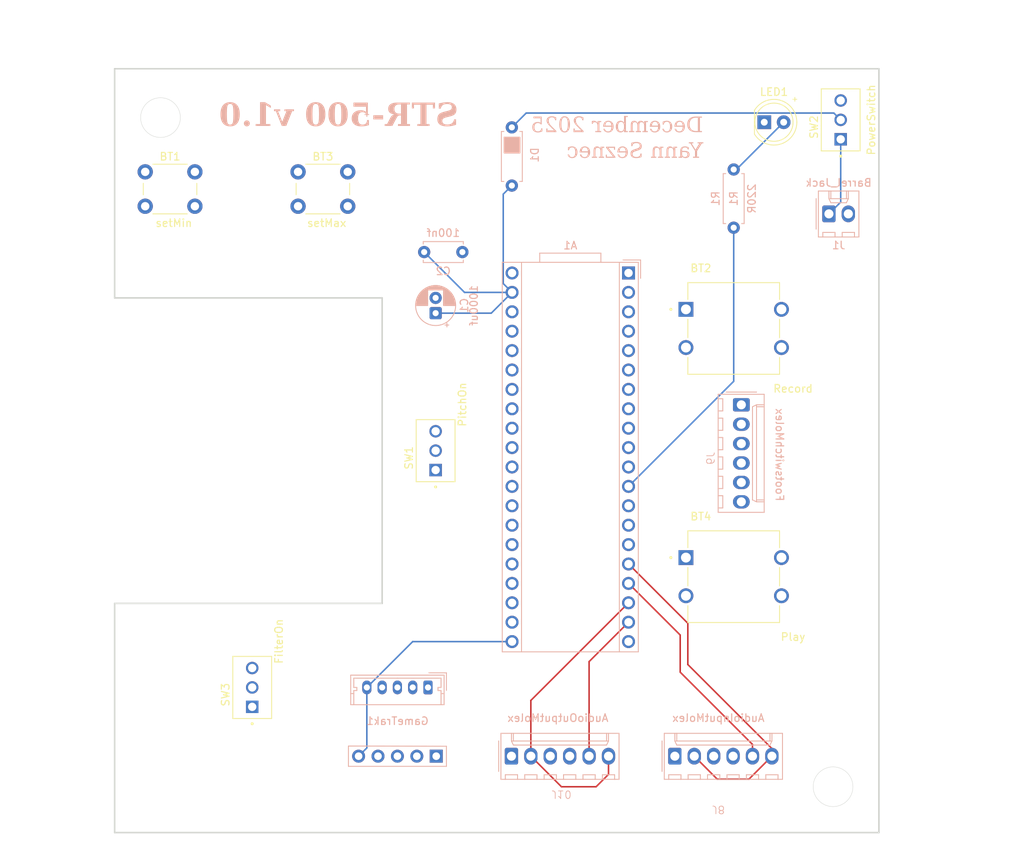
<source format=kicad_pcb>
(kicad_pcb (version 20241229) (generator "pcbnew") (generator_version "9.0")
  (layers (0 "F.Cu" signal) (4 "In1.Cu" signal) (6 "In2.Cu" signal) (2 "B.Cu" signal) (13 "F.Paste" user) (15 "B.Paste" user) (5 "F.SilkS" user "F.Silkscreen") (7 "B.SilkS" user "B.Silkscreen") (1 "F.Mask" user) (3 "B.Mask" user) (25 "Edge.Cuts" user))
  (net 0 "")
  (net 3 "/outR")
  (net 7 "/Sw2")
  (net 9 "/Pot2")
  (net 12 "GND")
  (net 13 "/Pot1")
  (net 16 "/outL")
  (net 18 "+5V")
  (net 20 "/LED")
  (net 22 "/BT3")
  (net 23 "+3.3V")
  (net 26 "/BT1")
  (net 28 "/Pot0")
  (net 30 "/inL")
  (net 31 "/Sw1")
  (net 32 "/inR")
  (net 34 "Net-(LED1-A)")
  (net 36 "/BT4")
  (net 37 "/BT2")
  (net 41 "Net-(BT4-B)")
  (net 42 "Net-(BT2-B)")
  (net 43 "Net-(SW2-A)")
  (net 44 "Net-(D1-A)")
  (footprint "yann_parts:SW_TS13-1212-73-BK-160-D" (layer "F.Cu") (at 148 104.5)
    (property "Reference" "BT4" (at -4.3 -7.885 0) (layer "F.SilkS"))
    (property "Value" "Play" (at 7.765 7.885 0) (layer "F.SilkS"))
    (fp_line (start -6 -6) (end 6 -6) (stroke (width 0.127)) (layer "F.SilkS"))
    (fp_line (start -6 -3.795) (end -6 -6) (stroke (width 0.127)) (layer "F.SilkS"))
    (fp_line (start -6 -1.205) (end -6 1.205) (stroke (width 0.127)) (layer "F.SilkS"))
    (fp_line (start -6 6) (end -6 3.795) (stroke (width 0.127)) (layer "F.SilkS"))
    (fp_line (start 6 -6) (end 6 -3.795) (stroke (width 0.127)) (layer "F.SilkS"))
    (fp_line (start 6 -1.205) (end 6 1.205) (stroke (width 0.127)) (layer "F.SilkS"))
    (fp_line (start 6 6) (end -6 6) (stroke (width 0.127)) (layer "F.SilkS"))
    (fp_line (start 6 6) (end 6 3.795) (stroke (width 0.127)) (layer "F.SilkS"))
    (fp_circle (center -8.225 -2.5) (end -8.125 -2.5) (stroke (width 0.2)) (fill no) (layer "F.SilkS"))
    (pad "1" thru_hole rect (at -6.25 -2.5) (size 1.95 1.95) (drill 1.3) (layers "*.Cu" "*.Mask") (net 12 "GND"))
    (pad "1" thru_hole circle (at 6.25 -2.5) (size 1.95 1.95) (drill 1.3) (layers "*.Cu" "*.Mask") (net 12 "GND"))
    (pad "2" thru_hole circle (at -6.25 2.5) (size 1.95 1.95) (drill 1.3) (layers "*.Cu" "*.Mask") (net 41 "Net-(BT4-B)"))
    (pad "2" thru_hole circle (at 6.25 2.5) (size 1.95 1.95) (drill 1.3) (layers "*.Cu" "*.Mask") (net 41 "Net-(BT4-B)"))
  )
  (footprint "Button_Switch_THT:SW_PUSH_6mm" (layer "F.Cu") (at 71 51.5)
    (property "Reference" "BT1" (at 3.25 -2 0) (layer "F.SilkS"))
    (property "Value" "setMin" (at 3.75 6.7 0) (layer "F.SilkS"))
    (fp_line (start -0.25 1.5) (end -0.25 3) (stroke (width 0.12)) (layer "F.SilkS"))
    (fp_line (start 1 5.5) (end 5.5 5.5) (stroke (width 0.12)) (layer "F.SilkS"))
    (fp_line (start 5.5 -1) (end 1 -1) (stroke (width 0.12)) (layer "F.SilkS"))
    (fp_line (start 6.75 3) (end 6.75 1.5) (stroke (width 0.12)) (layer "F.SilkS"))
    (pad "1" thru_hole circle (at 0 0 90) (size 2 2) (drill 1.1) (layers "*.Cu" "*.Mask") (net 12 "GND"))
    (pad "1" thru_hole circle (at 6.5 0 90) (size 2 2) (drill 1.1) (layers "*.Cu" "*.Mask") (net 12 "GND"))
    (pad "2" thru_hole circle (at 0 4.5 90) (size 2 2) (drill 1.1) (layers "*.Cu" "*.Mask") (net 26 "/BT1"))
    (pad "2" thru_hole circle (at 6.5 4.5 90) (size 2 2) (drill 1.1) (layers "*.Cu" "*.Mask") (net 26 "/BT1"))
  )
  (footprint "yann_parts:SW_TS13-1212-73-BK-160-D" (layer "F.Cu") (at 148 72)
    (property "Reference" "BT2" (at -4.3 -7.885 0) (layer "F.SilkS"))
    (property "Value" "Record" (at 7.765 7.885 0) (layer "F.SilkS"))
    (fp_line (start -6 -6) (end 6 -6) (stroke (width 0.127)) (layer "F.SilkS"))
    (fp_line (start -6 -3.795) (end -6 -6) (stroke (width 0.127)) (layer "F.SilkS"))
    (fp_line (start -6 -1.205) (end -6 1.205) (stroke (width 0.127)) (layer "F.SilkS"))
    (fp_line (start -6 6) (end -6 3.795) (stroke (width 0.127)) (layer "F.SilkS"))
    (fp_line (start 6 -6) (end 6 -3.795) (stroke (width 0.127)) (layer "F.SilkS"))
    (fp_line (start 6 -1.205) (end 6 1.205) (stroke (width 0.127)) (layer "F.SilkS"))
    (fp_line (start 6 6) (end -6 6) (stroke (width 0.127)) (layer "F.SilkS"))
    (fp_line (start 6 6) (end 6 3.795) (stroke (width 0.127)) (layer "F.SilkS"))
    (fp_circle (center -8.225 -2.5) (end -8.125 -2.5) (stroke (width 0.2)) (fill no) (layer "F.SilkS"))
    (pad "1" thru_hole rect (at -6.25 -2.5) (size 1.95 1.95) (drill 1.3) (layers "*.Cu" "*.Mask") (net 12 "GND"))
    (pad "1" thru_hole circle (at 6.25 -2.5) (size 1.95 1.95) (drill 1.3) (layers "*.Cu" "*.Mask") (net 12 "GND"))
    (pad "2" thru_hole circle (at -6.25 2.5) (size 1.95 1.95) (drill 1.3) (layers "*.Cu" "*.Mask") (net 42 "Net-(BT2-B)"))
    (pad "2" thru_hole circle (at 6.25 2.5) (size 1.95 1.95) (drill 1.3) (layers "*.Cu" "*.Mask") (net 42 "Net-(BT2-B)"))
  )
  (footprint "yann_parts:submini_toggle" (layer "F.Cu") (at 162 44.695 90)
    (property "Reference" "SW2" (at -0.9525 -3.4925 90) (layer "F.SilkS"))
    (property "Value" "PowerSwitch" (at 0 4 90) (layer "F.SilkS"))
    (fp_line (start 4.065 -2.54) (end -4.065 -2.54) (stroke (width 0.127)) (layer "F.SilkS"))
    (fp_line (start -4.065 -2.54) (end -4.065 2.54) (stroke (width 0.127)) (layer "F.SilkS"))
    (fp_line (start 4.065 2.54) (end 4.065 -2.54) (stroke (width 0.127)) (layer "F.SilkS"))
    (fp_line (start -4.065 2.54) (end 4.065 2.54) (stroke (width 0.127)) (layer "F.SilkS"))
    (fp_circle (center -4.75 0) (end -4.65 0) (stroke (width 0.2)) (fill no) (layer "F.SilkS"))
    (pad "1" thru_hole rect (at -2.54 0 90) (size 1.635 1.635) (drill 1.09) (layers "*.Cu" "*.Mask") (net 43 "Net-(SW2-A)"))
    (pad "2" thru_hole circle (at 0 0 90) (size 1.635 1.635) (drill 1.09) (layers "*.Cu" "*.Mask") (net 44 "Net-(D1-A)"))
    (pad "3" thru_hole circle (at 2.54 0 90) (size 1.635 1.635) (drill 1.09) (layers "*.Cu" "*.Mask"))
  )
  (footprint "yann_parts:submini_toggle" (layer "F.Cu") (at 85 119 90)
    (property "Reference" "SW3" (at -0.9525 -3.4925 90) (layer "F.SilkS"))
    (property "Value" "FilterOn" (at 6.0325 3.4925 90) (layer "F.SilkS"))
    (fp_line (start 4.065 -2.54) (end -4.065 -2.54) (stroke (width 0.127)) (layer "F.SilkS"))
    (fp_line (start -4.065 -2.54) (end -4.065 2.54) (stroke (width 0.127)) (layer "F.SilkS"))
    (fp_line (start 4.065 2.54) (end 4.065 -2.54) (stroke (width 0.127)) (layer "F.SilkS"))
    (fp_line (start -4.065 2.54) (end 4.065 2.54) (stroke (width 0.127)) (layer "F.SilkS"))
    (fp_circle (center -4.75 0) (end -4.65 0) (stroke (width 0.2)) (fill no) (layer "F.SilkS"))
    (pad "1" thru_hole rect (at -2.54 0 90) (size 1.635 1.635) (drill 1.09) (layers "*.Cu" "*.Mask") (net 12 "GND"))
    (pad "2" thru_hole circle (at 0 0 90) (size 1.635 1.635) (drill 1.09) (layers "*.Cu" "*.Mask") (net 7 "/Sw2"))
    (pad "3" thru_hole circle (at 2.54 0 90) (size 1.635 1.635) (drill 1.09) (layers "*.Cu" "*.Mask"))
  )
  (footprint "yann_parts:submini_toggle" (layer "F.Cu") (at 109 88 90)
    (property "Reference" "SW1" (at -0.9525 -3.4925 90) (layer "F.SilkS"))
    (property "Value" "PitchOn" (at 6.0325 3.4925 90) (layer "F.SilkS"))
    (fp_line (start 4.065 -2.54) (end -4.065 -2.54) (stroke (width 0.127)) (layer "F.SilkS"))
    (fp_line (start -4.065 -2.54) (end -4.065 2.54) (stroke (width 0.127)) (layer "F.SilkS"))
    (fp_line (start 4.065 2.54) (end 4.065 -2.54) (stroke (width 0.127)) (layer "F.SilkS"))
    (fp_line (start -4.065 2.54) (end 4.065 2.54) (stroke (width 0.127)) (layer "F.SilkS"))
    (fp_circle (center -4.75 0) (end -4.65 0) (stroke (width 0.2)) (fill no) (layer "F.SilkS"))
    (pad "1" thru_hole rect (at -2.54 0 90) (size 1.635 1.635) (drill 1.09) (layers "*.Cu" "*.Mask") (net 12 "GND"))
    (pad "2" thru_hole circle (at 0 0 90) (size 1.635 1.635) (drill 1.09) (layers "*.Cu" "*.Mask") (net 31 "/Sw1"))
    (pad "3" thru_hole circle (at 2.54 0 90) (size 1.635 1.635) (drill 1.09) (layers "*.Cu" "*.Mask"))
  )
  (footprint "Button_Switch_THT:SW_PUSH_6mm" (layer "F.Cu") (at 91 51.5)
    (property "Reference" "BT3" (at 3.25 -2 0) (layer "F.SilkS"))
    (property "Value" "setMax" (at 3.75 6.7 0) (layer "F.SilkS"))
    (fp_line (start -0.25 1.5) (end -0.25 3) (stroke (width 0.12)) (layer "F.SilkS"))
    (fp_line (start 1 5.5) (end 5.5 5.5) (stroke (width 0.12)) (layer "F.SilkS"))
    (fp_line (start 5.5 -1) (end 1 -1) (stroke (width 0.12)) (layer "F.SilkS"))
    (fp_line (start 6.75 3) (end 6.75 1.5) (stroke (width 0.12)) (layer "F.SilkS"))
    (pad "1" thru_hole circle (at 0 0 90) (size 2 2) (drill 1.1) (layers "*.Cu" "*.Mask") (net 12 "GND"))
    (pad "1" thru_hole circle (at 6.5 0 90) (size 2 2) (drill 1.1) (layers "*.Cu" "*.Mask") (net 12 "GND"))
    (pad "2" thru_hole circle (at 0 4.5 90) (size 2 2) (drill 1.1) (layers "*.Cu" "*.Mask") (net 37 "/BT2"))
    (pad "2" thru_hole circle (at 6.5 4.5 90) (size 2 2) (drill 1.1) (layers "*.Cu" "*.Mask") (net 37 "/BT2"))
  )
  (footprint "clipboard:a36357a7-3174-4c2f-92e9-52669287040d" (layer "F.Cu") (at 156 42)
    (property "Reference" "" (at 0 0 0) (layer "F.SilkS") (effects (font (size 1.27 1.27))))
    (property "Value" "")
    (fp_line (start -0.25 0) (end 0.25 0) (stroke (width 0.12)) (layer "F.SilkS"))
    (fp_line (start 0 -0.25) (end 0 0.25) (stroke (width 0.12)) (layer "F.SilkS"))
  )
  (footprint "LED_THT:LED_D5.0mm" (layer "F.Cu") (at 152 45)
    (property "Reference" "LED1" (at 1.27 -3.96 0) (layer "F.SilkS"))
    (property "Value" "LED")
    (fp_line (start -1.29 -1.545) (end -1.29 1.545) (stroke (width 0.12)) (layer "F.SilkS"))
    (fp_arc (start -1.29 -1.54483) (mid 2.071779 -2.880495) (end 4.26 0) (stroke (width 0.12)) (layer "F.SilkS"))
    (fp_arc (start 4.26 0) (mid 2.071779 2.880495) (end -1.29 1.54483) (stroke (width 0.12)) (layer "F.SilkS"))
    (fp_circle (center 1.27 0) (end 3.77 0) (stroke (width 0.12)) (fill no) (layer "F.SilkS"))
    (pad "1" thru_hole rect (at 0 0) (size 1.8 1.8) (drill 0.9) (layers "*.Cu" "*.Mask") (net 12 "GND"))
    (pad "2" thru_hole circle (at 2.54 0) (size 1.8 1.8) (drill 0.9) (layers "*.Cu" "*.Mask") (net 34 "Net-(LED1-A)"))
  )
  (footprint "clipboard:a36357a7-3174-4c2f-92e9-52669287040d" (layer "B.Cu") (at 100 44)
    (property "Reference" "" (at 0 0 180) (layer "B.SilkS") (effects (font (size 1.27 1.27)) (justify mirror)))
    (property "Value" "")
    (fp_line (start -0.25 0) (end 0.25 0) (stroke (width 0.12)) (layer "B.SilkS"))
    (fp_line (start 0 0.25) (end 0 -0.25) (stroke (width 0.12)) (layer "B.SilkS"))
  )
  (footprint "Capacitor_THT:C_Disc_D5.0mm_W2.5mm_P5.00mm" (layer "B.Cu") (at 107.5 62)
    (property "Reference" "C2" (at 2.5 2.5 180) (layer "B.SilkS") (effects (justify mirror)))
    (property "Value" "100nf" (at 2.5 -2.5 180) (layer "B.SilkS") (effects (justify mirror)))
    (fp_line (start -0.12 -1.37) (end -0.12 -1.033) (stroke (width 0.12)) (layer "B.SilkS"))
    (fp_line (start -0.12 1.033) (end -0.12 1.37) (stroke (width 0.12)) (layer "B.SilkS"))
    (fp_line (start -0.12 1.37) (end 5.12 1.37) (stroke (width 0.12)) (layer "B.SilkS"))
    (fp_line (start 5.12 -1.37) (end -0.12 -1.37) (stroke (width 0.12)) (layer "B.SilkS"))
    (fp_line (start 5.12 -1.033) (end 5.12 -1.37) (stroke (width 0.12)) (layer "B.SilkS"))
    (fp_line (start 5.12 1.37) (end 5.12 1.033) (stroke (width 0.12)) (layer "B.SilkS"))
    (pad "1" thru_hole circle (at 0 0) (size 1.6 1.6) (drill 0.8) (layers "*.Cu" "*.Mask") (net 18 "+5V"))
    (pad "2" thru_hole circle (at 5 0) (size 1.6 1.6) (drill 0.8) (layers "*.Cu" "*.Mask") (net 12 "GND"))
  )
  (footprint "yann_parts:Molex_sixpin_twoJacks" (layer "B.Cu") (at 126.89 137.12)
    (property "Reference" "J10" (at -1.43 -4.12 180) (layer "B.SilkS") (effects (font (thickness 0.1)) (justify mirror)))
    (property "Value" "AudioOutputMolex" (at -1.89 -14.12 0) (layer "B.SilkS") (effects (justify mirror)))
    (fp_line (start -9.64 -7.12) (end -9.64 -11.12) (stroke (width 0.12)) (layer "B.SilkS"))
    (fp_line (start -9.35 -12.11) (end 6.11 -12.11) (stroke (width 0.12)) (layer "B.SilkS"))
    (fp_line (start -9.35 -6.09) (end -9.35 -12.11) (stroke (width 0.12)) (layer "B.SilkS"))
    (fp_line (start -8.77 -6.69) (end -7.17 -6.69) (stroke (width 0.12)) (layer "B.SilkS"))
    (fp_line (start -8.77 -6.09) (end -8.77 -6.69) (stroke (width 0.12)) (layer "B.SilkS"))
    (fp_line (start -7.97 -12.11) (end -7.97 -11.11) (stroke (width 0.12)) (layer "B.SilkS"))
    (fp_line (start -7.97 -11.11) (end -7.72 -10.58) (stroke (width 0.12)) (layer "B.SilkS"))
    (fp_line (start -7.97 -11.11) (end 4.73 -11.11) (stroke (width 0.12)) (layer "B.SilkS"))
    (fp_line (start -7.72 -12.11) (end -7.72 -11.11) (stroke (width 0.12)) (layer "B.SilkS"))
    (fp_line (start -7.72 -10.58) (end 4.48 -10.58) (stroke (width 0.12)) (layer "B.SilkS"))
    (fp_line (start -7.17 -6.69) (end -7.17 -6.09) (stroke (width 0.12)) (layer "B.SilkS"))
    (fp_line (start -6.23 -6.69) (end -4.63 -6.69) (stroke (width 0.12)) (layer "B.SilkS"))
    (fp_line (start -6.23 -6.09) (end -6.23 -6.69) (stroke (width 0.12)) (layer "B.SilkS"))
    (fp_line (start -4.63 -6.69) (end -4.63 -6.09) (stroke (width 0.12)) (layer "B.SilkS"))
    (fp_line (start -3.69 -6.69) (end -2.09 -6.69) (stroke (width 0.12)) (layer "B.SilkS"))
    (fp_line (start -3.69 -6.09) (end -3.69 -6.69) (stroke (width 0.12)) (layer "B.SilkS"))
    (fp_line (start -2.09 -6.69) (end -2.09 -6.09) (stroke (width 0.12)) (layer "B.SilkS"))
    (fp_line (start -1.15 -6.69) (end 0.45 -6.69) (stroke (width 0.12)) (layer "B.SilkS"))
    (fp_line (start -1.15 -6.09) (end -1.15 -6.69) (stroke (width 0.12)) (layer "B.SilkS"))
    (fp_line (start 0.45 -6.69) (end 0.45 -6.09) (stroke (width 0.12)) (layer "B.SilkS"))
    (fp_line (start 1.39 -6.69) (end 2.99 -6.69) (stroke (width 0.12)) (layer "B.SilkS"))
    (fp_line (start 1.39 -6.09) (end 1.39 -6.69) (stroke (width 0.12)) (layer "B.SilkS"))
    (fp_line (start 2.99 -6.69) (end 2.99 -6.09) (stroke (width 0.12)) (layer "B.SilkS"))
    (fp_line (start 3.93 -6.69) (end 5.53 -6.69) (stroke (width 0.12)) (layer "B.SilkS"))
    (fp_line (start 3.93 -6.09) (end 3.93 -6.69) (stroke (width 0.12)) (layer "B.SilkS"))
    (fp_line (start 4.48 -12.11) (end 4.48 -11.11) (stroke (width 0.12)) (layer "B.SilkS"))
    (fp_line (start 4.48 -10.58) (end 4.73 -11.11) (stroke (width 0.12)) (layer "B.SilkS"))
    (fp_line (start 4.73 -11.11) (end 4.73 -12.11) (stroke (width 0.12)) (layer "B.SilkS"))
    (fp_line (start 5.53 -6.69) (end 5.53 -6.09) (stroke (width 0.12)) (layer "B.SilkS"))
    (fp_line (start 6.11 -12.11) (end 6.11 -6.09) (stroke (width 0.12)) (layer "B.SilkS"))
    (fp_line (start 6.11 -6.09) (end -9.35 -6.09) (stroke (width 0.12)) (layer "B.SilkS"))
    (pad "S1" thru_hole roundrect (at -7.97 -9.12) (size 1.74 2.19) (drill 1.19) (layers "*.Cu" "*.Mask") (roundrect_rratio 0.143678) (net 12 "GND"))
    (pad "S2" thru_hole oval (at -0.35 -9.12) (size 1.74 2.19) (drill 1.19) (layers "*.Cu" "*.Mask") (net 12 "GND"))
    (pad "T1" thru_hole oval (at -5.43 -9.12) (size 1.74 2.19) (drill 1.19) (layers "*.Cu" "*.Mask") (net 16 "/outL"))
    (pad "T2" thru_hole oval (at 2.19 -9.12) (size 1.74 2.19) (drill 1.19) (layers "*.Cu" "*.Mask") (net 3 "/outR"))
    (pad "TN1" thru_hole oval (at -2.89 -9.12) (size 1.74 2.19) (drill 1.19) (layers "*.Cu" "*.Mask"))
    (pad "TN2" thru_hole oval (at 4.73 -9.12) (size 1.74 2.19) (drill 1.19) (layers "*.Cu" "*.Mask") (net 16 "/outL"))
  )
  (footprint "Resistor_THT:R_Axial_DIN0207_L6.3mm_D2.5mm_P7.62mm_Horizontal" (layer "B.Cu") (at 148 51.19 -90)
    (property "Reference" "R1" (at 3.81 2.37 90) (layer "B.SilkS") (effects (justify mirror)))
    (property "Value" "220R" (at 3.81 -2.37 90) (layer "B.SilkS") (effects (justify mirror)))
    (fp_line (start 0.54 1.37) (end 7.08 1.37) (stroke (width 0.12)) (layer "B.SilkS"))
    (fp_line (start 7.08 1.37) (end 7.08 1.04) (stroke (width 0.12)) (layer "B.SilkS"))
    (fp_line (start 0.54 1.04) (end 0.54 1.37) (stroke (width 0.12)) (layer "B.SilkS"))
    (fp_line (start 0.54 -1.04) (end 0.54 -1.37) (stroke (width 0.12)) (layer "B.SilkS"))
    (fp_line (start 0.54 -1.37) (end 7.08 -1.37) (stroke (width 0.12)) (layer "B.SilkS"))
    (fp_line (start 7.08 -1.37) (end 7.08 -1.04) (stroke (width 0.12)) (layer "B.SilkS"))
    (fp_text user "${REFERENCE}" (at 3.81 0 90) (layer "B.SilkS") (effects (justify mirror)))
    (pad "1" thru_hole circle (at 0 0 270) (size 1.6 1.6) (drill 0.8) (layers "*.Cu" "*.Mask") (net 34 "Net-(LED1-A)"))
    (pad "2" thru_hole circle (at 7.62 0 270) (size 1.6 1.6) (drill 0.8) (layers "*.Cu" "*.Mask") (net 20 "/LED"))
  )
  (footprint "Module:Electrosmith_Daisy_Seed" (layer "B.Cu") (at 134.24 64.74 180)
    (property "Reference" "A1" (at 7.62 3.6 0) (layer "B.SilkS") (effects (justify mirror)))
    (property "Value" "Electrosmith_Daisy_Seed_Rev4")
    (fp_line (start 16.52 1.4) (end 16.52 -49.6) (stroke (width 0.12)) (layer "B.SilkS"))
    (fp_line (start 16.52 -49.6) (end -1.28 -49.6) (stroke (width 0.12)) (layer "B.SilkS"))
    (fp_line (start 14 1.4) (end 14 -49.6) (stroke (width 0.12)) (layer "B.SilkS"))
    (fp_line (start 11.62 2.6) (end 11.62 1.4) (stroke (width 0.12)) (layer "B.SilkS"))
    (fp_line (start 3.62 2.6) (end 11.62 2.6) (stroke (width 0.12)) (layer "B.SilkS"))
    (fp_line (start 3.62 1.4) (end 3.62 2.6) (stroke (width 0.12)) (layer "B.SilkS"))
    (fp_line (start 1.2 1.4) (end 1.2 -49.6) (stroke (width 0.12)) (layer "B.SilkS"))
    (fp_line (start 0.72 1.7) (end -1.58 1.7) (stroke (width 0.12)) (layer "B.SilkS"))
    (fp_line (start -1.28 1.4) (end 16.52 1.4) (stroke (width 0.12)) (layer "B.SilkS"))
    (fp_line (start -1.28 -49.6) (end -1.28 1.4) (stroke (width 0.12)) (layer "B.SilkS"))
    (fp_line (start -1.58 1.7) (end -1.58 -0.7) (stroke (width 0.12)) (layer "B.SilkS"))
    (pad "1" thru_hole rect (at 0 0 180) (size 1.7 1.7) (drill 1.1) (layers "*.Cu" "*.Mask"))
    (pad "2" thru_hole circle (at 0 -2.54 180) (size 1.7 1.7) (drill 1.1) (layers "*.Cu" "*.Mask") (net 31 "/Sw1"))
    (pad "3" thru_hole circle (at 0 -5.08 180) (size 1.7 1.7) (drill 1.1) (layers "*.Cu" "*.Mask") (net 7 "/Sw2"))
    (pad "4" thru_hole circle (at 0 -7.62 180) (size 1.7 1.7) (drill 1.1) (layers "*.Cu" "*.Mask") (net 26 "/BT1"))
    (pad "5" thru_hole circle (at 0 -10.16 180) (size 1.7 1.7) (drill 1.1) (layers "*.Cu" "*.Mask") (net 37 "/BT2"))
    (pad "6" thru_hole circle (at 0 -12.7 180) (size 1.7 1.7) (drill 1.1) (layers "*.Cu" "*.Mask") (net 22 "/BT3"))
    (pad "7" thru_hole circle (at 0 -15.24 180) (size 1.7 1.7) (drill 1.1) (layers "*.Cu" "*.Mask") (net 36 "/BT4"))
    (pad "8" thru_hole circle (at 0 -17.78 180) (size 1.7 1.7) (drill 1.1) (layers "*.Cu" "*.Mask"))
    (pad "9" thru_hole circle (at 0 -20.32 180) (size 1.7 1.7) (drill 1.1) (layers "*.Cu" "*.Mask"))
    (pad "10" thru_hole circle (at 0 -22.86 180) (size 1.7 1.7) (drill 1.1) (layers "*.Cu" "*.Mask"))
    (pad "11" thru_hole circle (at 0 -25.4 180) (size 1.7 1.7) (drill 1.1) (layers "*.Cu" "*.Mask"))
    (pad "12" thru_hole circle (at 0 -27.94 180) (size 1.7 1.7) (drill 1.1) (layers "*.Cu" "*.Mask") (net 20 "/LED"))
    (pad "13" thru_hole circle (at 0 -30.48 180) (size 1.7 1.7) (drill 1.1) (layers "*.Cu" "*.Mask"))
    (pad "14" thru_hole circle (at 0 -33.02 180) (size 1.7 1.7) (drill 1.1) (layers "*.Cu" "*.Mask"))
    (pad "15" thru_hole circle (at 0 -35.56 180) (size 1.7 1.7) (drill 1.1) (layers "*.Cu" "*.Mask"))
    (pad "16" thru_hole circle (at 0 -38.1 180) (size 1.7 1.7) (drill 1.1) (layers "*.Cu" "*.Mask") (net 30 "/inL"))
    (pad "17" thru_hole circle (at 0 -40.64 180) (size 1.7 1.7) (drill 1.1) (layers "*.Cu" "*.Mask") (net 32 "/inR"))
    (pad "18" thru_hole circle (at 0 -43.18 180) (size 1.7 1.7) (drill 1.1) (layers "*.Cu" "*.Mask") (net 16 "/outL"))
    (pad "19" thru_hole circle (at 0 -45.72 180) (size 1.7 1.7) (drill 1.1) (layers "*.Cu" "*.Mask") (net 3 "/outR"))
    (pad "20" thru_hole circle (at 0 -48.26 180) (size 1.7 1.7) (drill 1.1) (layers "*.Cu" "*.Mask") (net 12 "GND"))
    (pad "21" thru_hole circle (at 15.24 -48.26 180) (size 1.7 1.7) (drill 1.1) (layers "*.Cu" "*.Mask") (net 23 "+3.3V"))
    (pad "22" thru_hole circle (at 15.24 -45.72 180) (size 1.7 1.7) (drill 1.1) (layers "*.Cu" "*.Mask") (net 28 "/Pot0"))
    (pad "23" thru_hole circle (at 15.24 -43.18 180) (size 1.7 1.7) (drill 1.1) (layers "*.Cu" "*.Mask") (net 13 "/Pot1"))
    (pad "24" thru_hole circle (at 15.24 -40.64 180) (size 1.7 1.7) (drill 1.1) (layers "*.Cu" "*.Mask") (net 9 "/Pot2"))
    (pad "25" thru_hole circle (at 15.24 -38.1 180) (size 1.7 1.7) (drill 1.1) (layers "*.Cu" "*.Mask"))
    (pad "26" thru_hole circle (at 15.24 -35.56 180) (size 1.7 1.7) (drill 1.1) (layers "*.Cu" "*.Mask"))
    (pad "27" thru_hole circle (at 15.24 -33.02 180) (size 1.7 1.7) (drill 1.1) (layers "*.Cu" "*.Mask"))
    (pad "28" thru_hole circle (at 15.24 -30.48 180) (size 1.7 1.7) (drill 1.1) (layers "*.Cu" "*.Mask"))
    (pad "29" thru_hole circle (at 15.24 -27.94 180) (size 1.7 1.7) (drill 1.1) (layers "*.Cu" "*.Mask"))
    (pad "30" thru_hole circle (at 15.24 -25.4 180) (size 1.7 1.7) (drill 1.1) (layers "*.Cu" "*.Mask"))
    (pad "31" thru_hole circle (at 15.24 -22.86 180) (size 1.7 1.7) (drill 1.1) (layers "*.Cu" "*.Mask"))
    (pad "32" thru_hole circle (at 15.24 -20.32 180) (size 1.7 1.7) (drill 1.1) (layers "*.Cu" "*.Mask"))
    (pad "33" thru_hole circle (at 15.24 -17.78 180) (size 1.7 1.7) (drill 1.1) (layers "*.Cu" "*.Mask"))
    (pad "34" thru_hole circle (at 15.24 -15.24 180) (size 1.7 1.7) (drill 1.1) (layers "*.Cu" "*.Mask"))
    (pad "35" thru_hole circle (at 15.24 -12.7 180) (size 1.7 1.7) (drill 1.1) (layers "*.Cu" "*.Mask"))
    (pad "36" thru_hole circle (at 15.24 -10.16 180) (size 1.7 1.7) (drill 1.1) (layers "*.Cu" "*.Mask"))
    (pad "37" thru_hole circle (at 15.24 -7.62 180) (size 1.7 1.7) (drill 1.1) (layers "*.Cu" "*.Mask"))
    (pad "38" thru_hole circle (at 15.24 -5.08 180) (size 1.7 1.7) (drill 1.1) (layers "*.Cu" "*.Mask"))
    (pad "39" thru_hole circle (at 15.24 -2.54 180) (size 1.7 1.7) (drill 1.1) (layers "*.Cu" "*.Mask") (net 18 "+5V"))
    (pad "40" thru_hole circle (at 15.24 0 180) (size 1.7 1.7) (drill 1.1) (layers "*.Cu" "*.Mask") (net 12 "GND"))
  )
  (footprint "Capacitor_THT:CP_Radial_D5.0mm_P2.00mm" (layer "B.Cu") (at 109 70 90)
    (property "Reference" "C1" (at 1 3.75 90) (layer "B.SilkS") (effects (justify mirror)))
    (property "Value" "1000uf" (at 1 5 90) (layer "B.SilkS") (effects (justify mirror)))
    (fp_line (start 3 -1.04) (end 3 -1.652) (stroke (width 0.12)) (layer "B.SilkS"))
    (fp_line (start 2.96 -1.04) (end 2.96 -1.699) (stroke (width 0.12)) (layer "B.SilkS"))
    (fp_line (start 2.92 -1.04) (end 2.92 -1.743) (stroke (width 0.12)) (layer "B.SilkS"))
    (fp_line (start 2.88 -1.04) (end 2.88 -1.785) (stroke (width 0.12)) (layer "B.SilkS"))
    (fp_line (start 2.84 -1.04) (end 2.84 -1.825) (stroke (width 0.12)) (layer "B.SilkS"))
    (fp_line (start 2.8 -1.04) (end 2.8 -1.864) (stroke (width 0.12)) (layer "B.SilkS"))
    (fp_line (start 2.76 -1.04) (end 2.76 -1.901) (stroke (width 0.12)) (layer "B.SilkS"))
    (fp_line (start 2.72 -1.04) (end 2.72 -1.936) (stroke (width 0.12)) (layer "B.SilkS"))
    (fp_line (start 2.68 -1.04) (end 2.68 -1.97) (stroke (width 0.12)) (layer "B.SilkS"))
    (fp_line (start 2.64 -1.04) (end 2.64 -2.003) (stroke (width 0.12)) (layer "B.SilkS"))
    (fp_line (start 2.6 -1.04) (end 2.6 -2.035) (stroke (width 0.12)) (layer "B.SilkS"))
    (fp_line (start 2.56 -1.04) (end 2.56 -2.065) (stroke (width 0.12)) (layer "B.SilkS"))
    (fp_line (start 2.52 -1.04) (end 2.52 -2.094) (stroke (width 0.12)) (layer "B.SilkS"))
    (fp_line (start 2.48 -1.04) (end 2.48 -2.122) (stroke (width 0.12)) (layer "B.SilkS"))
    (fp_line (start 2.44 -1.04) (end 2.44 -2.149) (stroke (width 0.12)) (layer "B.SilkS"))
    (fp_line (start 2.4 -1.04) (end 2.4 -2.175) (stroke (width 0.12)) (layer "B.SilkS"))
    (fp_line (start 2.36 -1.04) (end 2.36 -2.199) (stroke (width 0.12)) (layer "B.SilkS"))
    (fp_line (start 2.32 -1.04) (end 2.32 -2.223) (stroke (width 0.12)) (layer "B.SilkS"))
    (fp_line (start 2.28 -1.04) (end 2.28 -2.246) (stroke (width 0.12)) (layer "B.SilkS"))
    (fp_line (start 2.24 -1.04) (end 2.24 -2.268) (stroke (width 0.12)) (layer "B.SilkS"))
    (fp_line (start 2.2 -1.04) (end 2.2 -2.289) (stroke (width 0.12)) (layer "B.SilkS"))
    (fp_line (start 2.16 -1.04) (end 2.16 -2.309) (stroke (width 0.12)) (layer "B.SilkS"))
    (fp_line (start 2.12 -1.04) (end 2.12 -2.329) (stroke (width 0.12)) (layer "B.SilkS"))
    (fp_line (start 2.08 -1.04) (end 2.08 -2.347) (stroke (width 0.12)) (layer "B.SilkS"))
    (fp_line (start 2.04 -1.04) (end 2.04 -2.365) (stroke (width 0.12)) (layer "B.SilkS"))
    (fp_line (start 2 -1.04) (end 2 -2.382) (stroke (width 0.12)) (layer "B.SilkS"))
    (fp_line (start 1.96 -1.04) (end 1.96 -2.398) (stroke (width 0.12)) (layer "B.SilkS"))
    (fp_line (start 1.92 -1.04) (end 1.92 -2.413) (stroke (width 0.12)) (layer "B.SilkS"))
    (fp_line (start 1.88 -1.04) (end 1.88 -2.428) (stroke (width 0.12)) (layer "B.SilkS"))
    (fp_line (start 1.84 -1.04) (end 1.84 -2.442) (stroke (width 0.12)) (layer "B.SilkS"))
    (fp_line (start 1.8 -1.04) (end 1.8 -2.455) (stroke (width 0.12)) (layer "B.SilkS"))
    (fp_line (start 1.76 -1.04) (end 1.76 -2.467) (stroke (width 0.12)) (layer "B.SilkS"))
    (fp_line (start 1.72 -1.04) (end 1.72 -2.479) (stroke (width 0.12)) (layer "B.SilkS"))
    (fp_line (start 1.68 -1.04) (end 1.68 -2.49) (stroke (width 0.12)) (layer "B.SilkS"))
    (fp_line (start 1.64 -1.04) (end 1.64 -2.501) (stroke (width 0.12)) (layer "B.SilkS"))
    (fp_line (start 1.6 -1.04) (end 1.6 -2.51) (stroke (width 0.12)) (layer "B.SilkS"))
    (fp_line (start 1.56 -1.04) (end 1.56 -2.519) (stroke (width 0.12)) (layer "B.SilkS"))
    (fp_line (start 1.52 -1.04) (end 1.52 -2.528) (stroke (width 0.12)) (layer "B.SilkS"))
    (fp_line (start 1.48 -1.04) (end 1.48 -2.536) (stroke (width 0.12)) (layer "B.SilkS"))
    (fp_line (start 1.44 -1.04) (end 1.44 -2.543) (stroke (width 0.12)) (layer "B.SilkS"))
    (fp_line (start 1.4 -1.04) (end 1.4 -2.549) (stroke (width 0.12)) (layer "B.SilkS"))
    (fp_line (start 1.36 -1.04) (end 1.36 -2.555) (stroke (width 0.12)) (layer "B.SilkS"))
    (fp_line (start 1.32 -1.04) (end 1.32 -2.56) (stroke (width 0.12)) (layer "B.SilkS"))
    (fp_line (start 1.28 -1.04) (end 1.28 -2.565) (stroke (width 0.12)) (layer "B.SilkS"))
    (fp_line (start 1.24 -1.04) (end 1.24 -2.569) (stroke (width 0.12)) (layer "B.SilkS"))
    (fp_line (start 1.2 -1.04) (end 1.2 -2.572) (stroke (width 0.12)) (layer "B.SilkS"))
    (fp_line (start 1.16 -1.04) (end 1.16 -2.575) (stroke (width 0.12)) (layer "B.SilkS"))
    (fp_line (start 1.12 -1.04) (end 1.12 -2.577) (stroke (width 0.12)) (layer "B.SilkS"))
    (fp_line (start 1.08 -1.04) (end 1.08 -2.579) (stroke (width 0.12)) (layer "B.SilkS"))
    (fp_line (start 1.04 -1.04) (end 1.04 -2.58) (stroke (width 0.12)) (layer "B.SilkS"))
    (fp_line (start 1 -1.04) (end 1 -2.58) (stroke (width 0.12)) (layer "B.SilkS"))
    (fp_line (start 3.6 0.283) (end 3.6 -0.283) (stroke (width 0.12)) (layer "B.SilkS"))
    (fp_line (start 3.56 0.517) (end 3.56 -0.517) (stroke (width 0.12)) (layer "B.SilkS"))
    (fp_line (start 3.52 0.677) (end 3.52 -0.677) (stroke (width 0.12)) (layer "B.SilkS"))
    (fp_line (start 3.48 0.805) (end 3.48 -0.805) (stroke (width 0.12)) (layer "B.SilkS"))
    (fp_line (start 3.44 0.914) (end 3.44 -0.914) (stroke (width 0.12)) (layer "B.SilkS"))
    (fp_line (start 3.4 1.011) (end 3.4 -1.011) (stroke (width 0.12)) (layer "B.SilkS"))
    (fp_line (start 3.36 1.098) (end 3.36 -1.098) (stroke (width 0.12)) (layer "B.SilkS"))
    (fp_line (start 3.32 1.177) (end 3.32 -1.177) (stroke (width 0.12)) (layer "B.SilkS"))
    (fp_line (start 3.28 1.251) (end 3.28 -1.251) (stroke (width 0.12)) (layer "B.SilkS"))
    (fp_line (start 3.24 1.319) (end 3.24 -1.319) (stroke (width 0.12)) (layer "B.SilkS"))
    (fp_line (start 3.2 1.383) (end 3.2 -1.383) (stroke (width 0.12)) (layer "B.SilkS"))
    (fp_line (start 3.16 1.443) (end 3.16 -1.443) (stroke (width 0.12)) (layer "B.SilkS"))
    (fp_line (start -1.804775 1.475) (end -1.304775 1.475) (stroke (width 0.12)) (layer "B.SilkS"))
    (fp_line (start 3.12 1.499) (end 3.12 -1.499) (stroke (width 0.12)) (layer "B.SilkS"))
    (fp_line (start 3.08 1.553) (end 3.08 -1.553) (stroke (width 0.12)) (layer "B.SilkS"))
    (fp_line (start 3.04 1.604) (end 3.04 -1.604) (stroke (width 0.12)) (layer "B.SilkS"))
    (fp_line (start 3 1.652) (end 3 1.04) (stroke (width 0.12)) (layer "B.SilkS"))
    (fp_line (start 2.96 1.699) (end 2.96 1.04) (stroke (width 0.12)) (layer "B.SilkS"))
    (fp_line (start -1.554775 1.725) (end -1.554775 1.225) (stroke (width 0.12)) (layer "B.SilkS"))
    (fp_line (start 2.92 1.743) (end 2.92 1.04) (stroke (width 0.12)) (layer "B.SilkS"))
    (fp_line (start 2.88 1.785) (end 2.88 1.04) (stroke (width 0.12)) (layer "B.SilkS"))
    (fp_line (start 2.84 1.825) (end 2.84 1.04) (stroke (width 0.12)) (layer "B.SilkS"))
    (fp_line (start 2.8 1.864) (end 2.8 1.04) (stroke (width 0.12)) (layer "B.SilkS"))
    (fp_line (start 2.76 1.901) (end 2.76 1.04) (stroke (width 0.12)) (layer "B.SilkS"))
    (fp_line (start 2.72 1.936) (end 2.72 1.04) (stroke (width 0.12)) (layer "B.SilkS"))
    (fp_line (start 2.68 1.97) (end 2.68 1.04) (stroke (width 0.12)) (layer "B.SilkS"))
    (fp_line (start 2.64 2.003) (end 2.64 1.04) (stroke (width 0.12)) (layer "B.SilkS"))
    (fp_line (start 2.6 2.035) (end 2.6 1.04) (stroke (width 0.12)) (layer "B.SilkS"))
    (fp_line (start 2.56 2.065) (end 2.56 1.04) (stroke (width 0.12)) (layer "B.SilkS"))
    (fp_line (start 2.52 2.094) (end 2.52 1.04) (stroke (width 0.12)) (layer "B.SilkS"))
    (fp_line (start 2.48 2.122) (end 2.48 1.04) (stroke (width 0.12)) (layer "B.SilkS"))
    (fp_line (start 2.44 2.149) (end 2.44 1.04) (stroke (width 0.12)) (layer "B.SilkS"))
    (fp_line (start 2.4 2.175) (end 2.4 1.04) (stroke (width 0.12)) (layer "B.SilkS"))
    (fp_line (start 2.36 2.199) (end 2.36 1.04) (stroke (width 0.12)) (layer "B.SilkS"))
    (fp_line (start 2.32 2.223) (end 2.32 1.04) (stroke (width 0.12)) (layer "B.SilkS"))
    (fp_line (start 2.28 2.246) (end 2.28 1.04) (stroke (width 0.12)) (layer "B.SilkS"))
    (fp_line (start 2.24 2.268) (end 2.24 1.04) (stroke (width 0.12)) (layer "B.SilkS"))
    (fp_line (start 2.2 2.289) (end 2.2 1.04) (stroke (width 0.12)) (layer "B.SilkS"))
    (fp_line (start 2.16 2.309) (end 2.16 1.04) (stroke (width 0.12)) (layer "B.SilkS"))
    (fp_line (start 2.12 2.329) (end 2.12 1.04) (stroke (width 0.12)) (layer "B.SilkS"))
    (fp_line (start 2.08 2.347) (end 2.08 1.04) (stroke (width 0.12)) (layer "B.SilkS"))
    (fp_line (start 2.04 2.365) (end 2.04 1.04) (stroke (width 0.12)) (layer "B.SilkS"))
    (fp_line (start 2 2.382) (end 2 1.04) (stroke (width 0.12)) (layer "B.SilkS"))
    (fp_line (start 1.96 2.398) (end 1.96 1.04) (stroke (width 0.12)) (layer "B.SilkS"))
    (fp_line (start 1.92 2.413) (end 1.92 1.04) (stroke (width 0.12)) (layer "B.SilkS"))
    (fp_line (start 1.88 2.428) (end 1.88 1.04) (stroke (width 0.12)) (layer "B.SilkS"))
    (fp_line (start 1.84 2.442) (end 1.84 1.04) (stroke (width 0.12)) (layer "B.SilkS"))
    (fp_line (start 1.8 2.455) (end 1.8 1.04) (stroke (width 0.12)) (layer "B.SilkS"))
    (fp_line (start 1.76 2.467) (end 1.76 1.04) (stroke (width 0.12)) (layer "B.SilkS"))
    (fp_line (start 1.72 2.479) (end 1.72 1.04) (stroke (width 0.12)) (layer "B.SilkS"))
    (fp_line (start 1.68 2.49) (end 1.68 1.04) (stroke (width 0.12)) (layer "B.SilkS"))
    (fp_line (start 1.64 2.501) (end 1.64 1.04) (stroke (width 0.12)) (layer "B.SilkS"))
    (fp_line (start 1.6 2.51) (end 1.6 1.04) (stroke (width 0.12)) (layer "B.SilkS"))
    (fp_line (start 1.56 2.519) (end 1.56 1.04) (stroke (width 0.12)) (layer "B.SilkS"))
    (fp_line (start 1.52 2.528) (end 1.52 1.04) (stroke (width 0.12)) (layer "B.SilkS"))
    (fp_line (start 1.48 2.536) (end 1.48 1.04) (stroke (width 0.12)) (layer "B.SilkS"))
    (fp_line (start 1.44 2.543) (end 1.44 1.04) (stroke (width 0.12)) (layer "B.SilkS"))
    (fp_line (start 1.4 2.549) (end 1.4 1.04) (stroke (width 0.12)) (layer "B.SilkS"))
    (fp_line (start 1.36 2.555) (end 1.36 1.04) (stroke (width 0.12)) (layer "B.SilkS"))
    (fp_line (start 1.32 2.56) (end 1.32 1.04) (stroke (width 0.12)) (layer "B.SilkS"))
    (fp_line (start 1.28 2.565) (end 1.28 1.04) (stroke (width 0.12)) (layer "B.SilkS"))
    (fp_line (start 1.24 2.569) (end 1.24 1.04) (stroke (width 0.12)) (layer "B.SilkS"))
    (fp_line (start 1.2 2.572) (end 1.2 1.04) (stroke (width 0.12)) (layer "B.SilkS"))
    (fp_line (start 1.16 2.575) (end 1.16 1.04) (stroke (width 0.12)) (layer "B.SilkS"))
    (fp_line (start 1.12 2.577) (end 1.12 1.04) (stroke (width 0.12)) (layer "B.SilkS"))
    (fp_line (start 1.08 2.579) (end 1.08 1.04) (stroke (width 0.12)) (layer "B.SilkS"))
    (fp_line (start 1.04 2.58) (end 1.04 1.04) (stroke (width 0.12)) (layer "B.SilkS"))
    (fp_line (start 1 2.58) (end 1 1.04) (stroke (width 0.12)) (layer "B.SilkS"))
    (fp_circle (center 1 0) (end 3.62 0) (stroke (width 0.12)) (fill no) (layer "B.SilkS"))
    (pad "1" thru_hole roundrect (at 0 0 90) (size 1.6 1.6) (drill 0.8) (layers "*.Cu" "*.Mask") (roundrect_rratio 0.15625) (net 18 "+5V"))
    (pad "2" thru_hole circle (at 2 0 90) (size 1.6 1.6) (drill 0.8) (layers "*.Cu" "*.Mask") (net 12 "GND"))
  )
  (footprint "Connector_Molex:Molex_Micro-Latch_53253-0570_1x05_P2.00mm_Vertical" (layer "B.Cu") (at 108 119 180)
    (property "Reference" "GameTrak1" (at 3.995 -4.4 0) (layer "B.SilkS") (effects (justify mirror)))
    (property "Value" "~")
    (fp_line (start 10.41 -10.33) (end 10.41 -7.67) (stroke (width 0.12)) (layer "B.SilkS"))
    (fp_line (start 10.11 1.61) (end -2.11 1.61) (stroke (width 0.12)) (layer "B.SilkS"))
    (fp_line (start 10.11 -0.8) (end 9.71 -0.8) (stroke (width 0.12)) (layer "B.SilkS"))
    (fp_line (start 10.11 -2.26) (end 10.11 1.61) (stroke (width 0.12)) (layer "B.SilkS"))
    (fp_line (start 9.71 1.21) (end 9.71 0) (stroke (width 0.12)) (layer "B.SilkS"))
    (fp_line (start 9.71 0) (end 9.31 0) (stroke (width 0.12)) (layer "B.SilkS"))
    (fp_line (start 9.71 -0.4) (end 9.71 -2.26) (stroke (width 0.12)) (layer "B.SilkS"))
    (fp_line (start 9.31 0) (end 9.31 -0.4) (stroke (width 0.12)) (layer "B.SilkS"))
    (fp_line (start 9.31 -0.4) (end 9.71 -0.4) (stroke (width 0.12)) (layer "B.SilkS"))
    (fp_line (start 4 1.21) (end 9.71 1.21) (stroke (width 0.12)) (layer "B.SilkS"))
    (fp_line (start 4 1.21) (end -1.71 1.21) (stroke (width 0.12)) (layer "B.SilkS"))
    (fp_line (start -0.11 1.91) (end -2.41 1.91) (stroke (width 0.12)) (layer "B.SilkS"))
    (fp_line (start -1.31 0) (end -1.31 -0.4) (stroke (width 0.12)) (layer "B.SilkS"))
    (fp_line (start -1.31 -0.4) (end -1.71 -0.4) (stroke (width 0.12)) (layer "B.SilkS"))
    (fp_line (start -1.71 1.21) (end -1.71 0) (stroke (width 0.12)) (layer "B.SilkS"))
    (fp_line (start -1.71 0) (end -1.31 0) (stroke (width 0.12)) (layer "B.SilkS"))
    (fp_line (start -1.71 -0.4) (end -1.71 -2.26) (stroke (width 0.12)) (layer "B.SilkS"))
    (fp_line (start -2.11 1.61) (end -2.11 -2.26) (stroke (width 0.12)) (layer "B.SilkS"))
    (fp_line (start -2.11 -0.8) (end -1.71 -0.8) (stroke (width 0.12)) (layer "B.SilkS"))
    (fp_line (start -2.11 -2.26) (end 10.11 -2.26) (stroke (width 0.12)) (layer "B.SilkS"))
    (fp_line (start -2.41 1.91) (end -2.41 -0.39) (stroke (width 0.12)) (layer "B.SilkS"))
    (fp_line (start -2.41 -7.7) (end 10.41 -7.67) (stroke (width 0.12)) (layer "B.SilkS"))
    (fp_line (start -2.41 -10.33) (end 10.41 -10.33) (stroke (width 0.12)) (layer "B.SilkS"))
    (fp_line (start -2.41 -10.33) (end -2.41 -7.7) (stroke (width 0.12)) (layer "B.SilkS"))
    (pad "1" thru_hole rect (at -1.08 -9 90) (size 1.7 1.7) (drill 1) (layers "*.Cu" "*.Mask") (net 12 "GND"))
    (pad "1" thru_hole roundrect (at 0 0 180) (size 1.2 1.8) (drill 0.8) (layers "*.Cu" "*.Mask") (roundrect_rratio 0.208333) (net 12 "GND"))
    (pad "2" thru_hole oval (at 1.46 -9 90) (size 1.7 1.7) (drill 1) (layers "*.Cu" "*.Mask") (net 28 "/Pot0"))
    (pad "2" thru_hole oval (at 2 0 180) (size 1.2 1.8) (drill 0.8) (layers "*.Cu" "*.Mask") (net 28 "/Pot0"))
    (pad "3" thru_hole oval (at 4 -9 90) (size 1.7 1.7) (drill 1) (layers "*.Cu" "*.Mask") (net 13 "/Pot1"))
    (pad "3" thru_hole oval (at 4 0 180) (size 1.2 1.8) (drill 0.8) (layers "*.Cu" "*.Mask") (net 13 "/Pot1"))
    (pad "4" thru_hole oval (at 6 0 180) (size 1.2 1.8) (drill 0.8) (layers "*.Cu" "*.Mask") (net 9 "/Pot2"))
    (pad "4" thru_hole oval (at 6.54 -9 90) (size 1.7 1.7) (drill 1) (layers "*.Cu" "*.Mask") (net 9 "/Pot2"))
    (pad "5" thru_hole oval (at 8 0 180) (size 1.2 1.8) (drill 0.8) (layers "*.Cu" "*.Mask") (net 23 "+3.3V"))
    (pad "5" thru_hole oval (at 9.08 -9 90) (size 1.7 1.7) (drill 1) (layers "*.Cu" "*.Mask") (net 23 "+3.3V"))
  )
  (footprint "yann_parts:Molex_sixpin_twoJacks" (layer "B.Cu") (at 139.88 89.97 -90)
    (property "Reference" "J9" (at -0.97 -5.12 90) (layer "B.SilkS") (effects (font (thickness 0.1)) (justify mirror)))
    (property "Value" "FootswitchMolex" (at -1.43 -14.12 270) (layer "B.SilkS") (effects (justify mirror)))
    (fp_line (start -9.35 -6.09) (end -9.35 -12.11) (stroke (width 0.12)) (layer "B.SilkS"))
    (fp_line (start -8.77 -6.09) (end -8.77 -6.69) (stroke (width 0.12)) (layer "B.SilkS"))
    (fp_line (start -6.23 -6.09) (end -6.23 -6.69) (stroke (width 0.12)) (layer "B.SilkS"))
    (fp_line (start -3.69 -6.09) (end -3.69 -6.69) (stroke (width 0.12)) (layer "B.SilkS"))
    (fp_line (start -1.15 -6.09) (end -1.15 -6.69) (stroke (width 0.12)) (layer "B.SilkS"))
    (fp_line (start 1.39 -6.09) (end 1.39 -6.69) (stroke (width 0.12)) (layer "B.SilkS"))
    (fp_line (start 3.93 -6.09) (end 3.93 -6.69) (stroke (width 0.12)) (layer "B.SilkS"))
    (fp_line (start 6.11 -6.09) (end -9.35 -6.09) (stroke (width 0.12)) (layer "B.SilkS"))
    (fp_line (start -8.77 -6.69) (end -7.17 -6.69) (stroke (width 0.12)) (layer "B.SilkS"))
    (fp_line (start -7.17 -6.69) (end -7.17 -6.09) (stroke (width 0.12)) (layer "B.SilkS"))
    (fp_line (start -6.23 -6.69) (end -4.63 -6.69) (stroke (width 0.12)) (layer "B.SilkS"))
    (fp_line (start -4.63 -6.69) (end -4.63 -6.09) (stroke (width 0.12)) (layer "B.SilkS"))
    (fp_line (start -3.69 -6.69) (end -2.09 -6.69) (stroke (width 0.12)) (layer "B.SilkS"))
    (fp_line (start -2.09 -6.69) (end -2.09 -6.09) (stroke (width 0.12)) (layer "B.SilkS"))
    (fp_line (start -1.15 -6.69) (end 0.45 -6.69) (stroke (width 0.12)) (layer "B.SilkS"))
    (fp_line (start 0.45 -6.69) (end 0.45 -6.09) (stroke (width 0.12)) (layer "B.SilkS"))
    (fp_line (start 1.39 -6.69) (end 2.99 -6.69) (stroke (width 0.12)) (layer "B.SilkS"))
    (fp_line (start 2.99 -6.69) (end 2.99 -6.09) (stroke (width 0.12)) (layer "B.SilkS"))
    (fp_line (start 3.93 -6.69) (end 5.53 -6.69) (stroke (width 0.12)) (layer "B.SilkS"))
    (fp_line (start 5.53 -6.69) (end 5.53 -6.09) (stroke (width 0.12)) (layer "B.SilkS"))
    (fp_line (start -9.64 -7.12) (end -9.64 -11.12) (stroke (width 0.12)) (layer "B.SilkS"))
    (fp_line (start -7.72 -10.58) (end 4.48 -10.58) (stroke (width 0.12)) (layer "B.SilkS"))
    (fp_line (start 4.48 -10.58) (end 4.73 -11.11) (stroke (width 0.12)) (layer "B.SilkS"))
    (fp_line (start -7.97 -11.11) (end -7.72 -10.58) (stroke (width 0.12)) (layer "B.SilkS"))
    (fp_line (start -7.97 -11.11) (end 4.73 -11.11) (stroke (width 0.12)) (layer "B.SilkS"))
    (fp_line (start 4.73 -11.11) (end 4.73 -12.11) (stroke (width 0.12)) (layer "B.SilkS"))
    (fp_line (start -9.35 -12.11) (end 6.11 -12.11) (stroke (width 0.12)) (layer "B.SilkS"))
    (fp_line (start -7.97 -12.11) (end -7.97 -11.11) (stroke (width 0.12)) (layer "B.SilkS"))
    (fp_line (start -7.72 -12.11) (end -7.72 -11.11) (stroke (width 0.12)) (layer "B.SilkS"))
    (fp_line (start 4.48 -12.11) (end 4.48 -11.11) (stroke (width 0.12)) (layer "B.SilkS"))
    (fp_line (start 6.11 -12.11) (end 6.11 -6.09) (stroke (width 0.12)) (layer "B.SilkS"))
    (pad "S1" thru_hole roundrect (at -7.97 -9.12 270) (size 1.74 2.19) (drill 1.19) (layers "*.Cu" "*.Mask") (roundrect_rratio 0.143678) (net 12 "GND"))
    (pad "S2" thru_hole oval (at -0.35 -9.12 270) (size 1.74 2.19) (drill 1.19) (layers "*.Cu" "*.Mask") (net 12 "GND"))
    (pad "T1" thru_hole oval (at -5.43 -9.12 270) (size 1.74 2.19) (drill 1.19) (layers "*.Cu" "*.Mask") (net 22 "/BT3"))
    (pad "T2" thru_hole oval (at 2.19 -9.12 270) (size 1.74 2.19) (drill 1.19) (layers "*.Cu" "*.Mask") (net 36 "/BT4"))
    (pad "TN1" thru_hole oval (at -2.89 -9.12 270) (size 1.74 2.19) (drill 1.19) (layers "*.Cu" "*.Mask") (net 42 "Net-(BT2-B)"))
    (pad "TN2" thru_hole oval (at 4.73 -9.12 270) (size 1.74 2.19) (drill 1.19) (layers "*.Cu" "*.Mask") (net 41 "Net-(BT4-B)"))
  )
  (footprint "Connector_Molex:Molex_KK-254_AE-6410-02A_1x02_P2.54mm_Vertical" (layer "B.Cu") (at 160.46 57)
    (property "Reference" "J1" (at 1.27 4.12 0) (layer "B.SilkS") (effects (justify mirror)))
    (property "Value" "Barrel_Jack" (at 1.27 -4.08 0) (layer "B.SilkS") (effects (justify mirror)))
    (fp_line (start -1.67 2) (end -1.67 -2) (stroke (width 0.12)) (layer "B.SilkS"))
    (fp_line (start -1.38 -2.99) (end 3.92 -2.99) (stroke (width 0.12)) (layer "B.SilkS"))
    (fp_line (start -1.38 3.03) (end -1.38 -2.99) (stroke (width 0.12)) (layer "B.SilkS"))
    (fp_line (start -0.8 2.43) (end 0.8 2.43) (stroke (width 0.12)) (layer "B.SilkS"))
    (fp_line (start -0.8 3.03) (end -0.8 2.43) (stroke (width 0.12)) (layer "B.SilkS"))
    (fp_line (start 0 -2.99) (end 0 -1.99) (stroke (width 0.12)) (layer "B.SilkS"))
    (fp_line (start 0 -1.99) (end 0.25 -1.46) (stroke (width 0.12)) (layer "B.SilkS"))
    (fp_line (start 0 -1.99) (end 2.54 -1.99) (stroke (width 0.12)) (layer "B.SilkS"))
    (fp_line (start 0.25 -2.99) (end 0.25 -1.99) (stroke (width 0.12)) (layer "B.SilkS"))
    (fp_line (start 0.25 -1.46) (end 2.29 -1.46) (stroke (width 0.12)) (layer "B.SilkS"))
    (fp_line (start 0.8 2.43) (end 0.8 3.03) (stroke (width 0.12)) (layer "B.SilkS"))
    (fp_line (start 1.74 2.43) (end 3.34 2.43) (stroke (width 0.12)) (layer "B.SilkS"))
    (fp_line (start 1.74 3.03) (end 1.74 2.43) (stroke (width 0.12)) (layer "B.SilkS"))
    (fp_line (start 2.29 -2.99) (end 2.29 -1.99) (stroke (width 0.12)) (layer "B.SilkS"))
    (fp_line (start 2.29 -1.46) (end 2.54 -1.99) (stroke (width 0.12)) (layer "B.SilkS"))
    (fp_line (start 2.54 -1.99) (end 2.54 -2.99) (stroke (width 0.12)) (layer "B.SilkS"))
    (fp_line (start 3.34 2.43) (end 3.34 3.03) (stroke (width 0.12)) (layer "B.SilkS"))
    (fp_line (start 3.92 -2.99) (end 3.92 3.03) (stroke (width 0.12)) (layer "B.SilkS"))
    (fp_line (start 3.92 3.03) (end -1.38 3.03) (stroke (width 0.12)) (layer "B.SilkS"))
    (pad "1" thru_hole roundrect (at 0 0) (size 1.74 2.19) (drill 1.19) (layers "*.Cu" "*.Mask") (roundrect_rratio 0.143678) (net 43 "Net-(SW2-A)"))
    (pad "2" thru_hole oval (at 2.54 0) (size 1.74 2.19) (drill 1.19) (layers "*.Cu" "*.Mask") (net 12 "GND"))
  )
  (footprint "Resistor_THT:R_Axial_DIN0207_L6.3mm_D2.5mm_P7.62mm_Horizontal" (layer "B.Cu") (at 118.971384 53.296032 90)
    (property "Reference" "D1" (at 4 3 90) (layer "B.SilkS") (effects (justify mirror)))
    (property "Value" "D" (hide yes))
    (fp_line (start 7.08 -1.37) (end 7.08 -1.04) (stroke (width 0.12)) (layer "B.SilkS"))
    (fp_line (start 0.54 -1.37) (end 7.08 -1.37) (stroke (width 0.12)) (layer "B.SilkS"))
    (fp_line (start 0.54 -1.04) (end 0.54 -1.37) (stroke (width 0.12)) (layer "B.SilkS"))
    (fp_line (start 0.54 1.04) (end 0.54 1.37) (stroke (width 0.12)) (layer "B.SilkS"))
    (fp_line (start 7.08 1.37) (end 7.08 1.04) (stroke (width 0.12)) (layer "B.SilkS"))
    (fp_line (start 0.54 1.37) (end 7.08 1.37) (stroke (width 0.12)) (layer "B.SilkS"))
    (pad "1" thru_hole circle (at 0 0 90) (size 1.6 1.6) (drill 0.8) (layers "*.Cu" "*.Mask") (net 18 "+5V"))
    (pad "2" thru_hole circle (at 7.62 0 90) (size 1.6 1.6) (drill 0.8) (layers "*.Cu" "*.Mask") (net 44 "Net-(D1-A)"))
  )
  (footprint "yann_parts:Molex_sixpin_twoJacks" (layer "B.Cu") (at 148.27 137.12)
    (property "Reference" "J8" (at -2.27 -2.12 180) (layer "B.SilkS") (effects (font (thickness 0.1)) (justify mirror)))
    (property "Value" "AudioInputMolex" (at -2.27 -14.12 0) (layer "B.SilkS") (effects (justify mirror)))
    (fp_line (start -9.64 -7.12) (end -9.64 -11.12) (stroke (width 0.12)) (layer "B.SilkS"))
    (fp_line (start -9.35 -12.11) (end 6.11 -12.11) (stroke (width 0.12)) (layer "B.SilkS"))
    (fp_line (start -9.35 -6.09) (end -9.35 -12.11) (stroke (width 0.12)) (layer "B.SilkS"))
    (fp_line (start -8.77 -6.69) (end -7.17 -6.69) (stroke (width 0.12)) (layer "B.SilkS"))
    (fp_line (start -8.77 -6.09) (end -8.77 -6.69) (stroke (width 0.12)) (layer "B.SilkS"))
    (fp_line (start -7.97 -12.11) (end -7.97 -11.11) (stroke (width 0.12)) (layer "B.SilkS"))
    (fp_line (start -7.97 -11.11) (end -7.72 -10.58) (stroke (width 0.12)) (layer "B.SilkS"))
    (fp_line (start -7.97 -11.11) (end 4.73 -11.11) (stroke (width 0.12)) (layer "B.SilkS"))
    (fp_line (start -7.72 -12.11) (end -7.72 -11.11) (stroke (width 0.12)) (layer "B.SilkS"))
    (fp_line (start -7.72 -10.58) (end 4.48 -10.58) (stroke (width 0.12)) (layer "B.SilkS"))
    (fp_line (start -7.17 -6.69) (end -7.17 -6.09) (stroke (width 0.12)) (layer "B.SilkS"))
    (fp_line (start -6.23 -6.69) (end -4.63 -6.69) (stroke (width 0.12)) (layer "B.SilkS"))
    (fp_line (start -6.23 -6.09) (end -6.23 -6.69) (stroke (width 0.12)) (layer "B.SilkS"))
    (fp_line (start -4.63 -6.69) (end -4.63 -6.09) (stroke (width 0.12)) (layer "B.SilkS"))
    (fp_line (start -3.69 -6.69) (end -2.09 -6.69) (stroke (width 0.12)) (layer "B.SilkS"))
    (fp_line (start -3.69 -6.09) (end -3.69 -6.69) (stroke (width 0.12)) (layer "B.SilkS"))
    (fp_line (start -2.09 -6.69) (end -2.09 -6.09) (stroke (width 0.12)) (layer "B.SilkS"))
    (fp_line (start -1.15 -6.69) (end 0.45 -6.69) (stroke (width 0.12)) (layer "B.SilkS"))
    (fp_line (start -1.15 -6.09) (end -1.15 -6.69) (stroke (width 0.12)) (layer "B.SilkS"))
    (fp_line (start 0.45 -6.69) (end 0.45 -6.09) (stroke (width 0.12)) (layer "B.SilkS"))
    (fp_line (start 1.39 -6.69) (end 2.99 -6.69) (stroke (width 0.12)) (layer "B.SilkS"))
    (fp_line (start 1.39 -6.09) (end 1.39 -6.69) (stroke (width 0.12)) (layer "B.SilkS"))
    (fp_line (start 2.99 -6.69) (end 2.99 -6.09) (stroke (width 0.12)) (layer "B.SilkS"))
    (fp_line (start 3.93 -6.69) (end 5.53 -6.69) (stroke (width 0.12)) (layer "B.SilkS"))
    (fp_line (start 3.93 -6.09) (end 3.93 -6.69) (stroke (width 0.12)) (layer "B.SilkS"))
    (fp_line (start 4.48 -12.11) (end 4.48 -11.11) (stroke (width 0.12)) (layer "B.SilkS"))
    (fp_line (start 4.48 -10.58) (end 4.73 -11.11) (stroke (width 0.12)) (layer "B.SilkS"))
    (fp_line (start 4.73 -11.11) (end 4.73 -12.11) (stroke (width 0.12)) (layer "B.SilkS"))
    (fp_line (start 5.53 -6.69) (end 5.53 -6.09) (stroke (width 0.12)) (layer "B.SilkS"))
    (fp_line (start 6.11 -12.11) (end 6.11 -6.09) (stroke (width 0.12)) (layer "B.SilkS"))
    (fp_line (start 6.11 -6.09) (end -9.35 -6.09) (stroke (width 0.12)) (layer "B.SilkS"))
    (pad "S1" thru_hole roundrect (at -7.97 -9.12) (size 1.74 2.19) (drill 1.19) (layers "*.Cu" "*.Mask") (roundrect_rratio 0.143678) (net 12 "GND"))
    (pad "S2" thru_hole oval (at -0.35 -9.12) (size 1.74 2.19) (drill 1.19) (layers "*.Cu" "*.Mask") (net 12 "GND"))
    (pad "T1" thru_hole oval (at -5.43 -9.12) (size 1.74 2.19) (drill 1.19) (layers "*.Cu" "*.Mask") (net 30 "/inL"))
    (pad "T2" thru_hole oval (at 2.19 -9.12) (size 1.74 2.19) (drill 1.19) (layers "*.Cu" "*.Mask") (net 32 "/inR"))
    (pad "TN1" thru_hole oval (at -2.89 -9.12) (size 1.74 2.19) (drill 1.19) (layers "*.Cu" "*.Mask"))
    (pad "TN2" thru_hole oval (at 4.73 -9.12) (size 1.74 2.19) (drill 1.19) (layers "*.Cu" "*.Mask") (net 30 "/inL"))
  )
  (gr_rect (start 118 47) (end 120 49) (stroke (width 0.2)) (fill yes) (layer "B.SilkS"))
  (gr_line (start 67 68) (end 102 68) (stroke (width 0.2)) (layer "Edge.Cuts"))
  (gr_circle (center 73 44.394449) (end 75.6 44.394449) (stroke (width 0.05)) (fill no) (layer "Edge.Cuts"))
  (gr_line (start 102 108) (end 67 108) (stroke (width 0.2)) (layer "Edge.Cuts"))
  (gr_line (start 67 108) (end 67 138) (stroke (width 0.2)) (layer "Edge.Cuts"))
  (gr_circle (center 161 132) (end 163.6 132) (stroke (width 0.05)) (fill no) (layer "Edge.Cuts"))
  (gr_line (start 167 38) (end 67 38) (stroke (width 0.2)) (layer "Edge.Cuts"))
  (gr_line (start 67 38) (end 67 68) (stroke (width 0.2)) (layer "Edge.Cuts"))
  (gr_line (start 167 138) (end 167 38) (stroke (width 0.2)) (layer "Edge.Cuts"))
  (gr_line (start 102 68) (end 102 108) (stroke (width 0.2)) (layer "Edge.Cuts"))
  (gr_line (start 167 138) (end 67 138) (stroke (width 0.2)) (layer "Edge.Cuts"))
  (gr_text "December 2025\nYann Seznec" (at 144 50 0) (layer "B.SilkS") (effects (font (size 2 2)) (justify left bottom mirror)))
  (gr_text "STR-500 v1.0" (at 112 46 0) (layer "B.SilkS") (effects (font (size 3 3) (thickness 0.2) (bold yes)) (justify left bottom mirror)))
  (segment (start 129.08 128) (end 129.08 115.62) (width 0.2) (layer "F.Cu") (net 3))
  (segment (start 129.08 115.62) (end 134.24 110.46) (width 0.2) (layer "F.Cu") (net 3))
  (segment (start 121.46 128) (end 121.46 120.7) (width 0.2) (layer "F.Cu") (net 16))
  (segment (start 121.46 120.7) (end 134.24 107.92) (width 0.2) (layer "F.Cu") (net 16))
  (segment (start 131.62 130.38) (end 130 132) (width 0.2) (layer "F.Cu") (net 16))
  (segment (start 125.46 132) (end 121.46 128) (width 0.2) (layer "F.Cu") (net 16))
  (segment (start 131.62 128) (end 131.62 130.38) (width 0.2) (layer "F.Cu") (net 16))
  (segment (start 130 132) (end 125.46 132) (width 0.2) (layer "F.Cu") (net 16))
  (segment (start 116.28 70) (end 109 70) (width 0.2) (layer "B.Cu") (net 18))
  (segment (start 118.971384 53.296032) (end 117.849 54.418416) (width 0.2) (layer "B.Cu") (net 18))
  (segment (start 117.849 66.129) (end 119 67.28) (width 0.2) (layer "B.Cu") (net 18))
  (segment (start 107.5 62) (end 112.78 67.28) (width 0.2) (layer "B.Cu") (net 18))
  (segment (start 112.78 67.28) (end 119 67.28) (width 0.2) (layer "B.Cu") (net 18))
  (segment (start 117.849 54.418416) (end 117.849 66.129) (width 0.2) (layer "B.Cu") (net 18))
  (segment (start 119 67.28) (end 116.28 70) (width 0.2) (layer "B.Cu") (net 18))
  (segment (start 148 58.81) (end 148 78.92) (width 0.2) (layer "B.Cu") (net 20))
  (segment (start 148 78.92) (end 134.24 92.68) (width 0.2) (layer "B.Cu") (net 20))
  (segment (start 100 119) (end 106 113) (width 0.2) (layer "B.Cu") (net 23))
  (segment (start 106 113) (end 119 113) (width 0.2) (layer "B.Cu") (net 23))
  (segment (start 100 126.92) (end 98.92 128) (width 0.2) (layer "B.Cu") (net 23))
  (segment (start 100 119) (end 100 126.92) (width 0.2) (layer "B.Cu") (net 23))
  (segment (start 153 127) (end 142 116) (width 0.2) (layer "F.Cu") (net 30))
  (segment (start 150 131) (end 153 128) (width 0.2) (layer "F.Cu") (net 30))
  (segment (start 142.84 128) (end 145.84 131) (width 0.2) (layer "F.Cu") (net 30))
  (segment (start 153 128) (end 153 127) (width 0.2) (layer "F.Cu") (net 30))
  (segment (start 142 116) (end 142 110.6) (width 0.2) (layer "F.Cu") (net 30))
  (segment (start 145.84 131) (end 150 131) (width 0.2) (layer "F.Cu") (net 30))
  (segment (start 142 110.6) (end 134.24 102.84) (width 0.2) (layer "F.Cu") (net 30))
  (segment (start 141 112.14) (end 134.24 105.38) (width 0.2) (layer "F.Cu") (net 32))
  (segment (start 141 117) (end 141 112.14) (width 0.2) (layer "F.Cu") (net 32))
  (segment (start 150.46 128) (end 150.46 126.46) (width 0.2) (layer "F.Cu") (net 32))
  (segment (start 150.46 126.46) (end 141 117) (width 0.2) (layer "F.Cu") (net 32))
  (segment (start 148.35 51.19) (end 148 51.19) (width 0.2) (layer "B.Cu") (net 34))
  (segment (start 154.54 45) (end 148.35 51.19) (width 0.2) (layer "B.Cu") (net 34))
  (segment (start 162 55.46) (end 160.46 57) (width 0.2) (layer "B.Cu") (net 43))
  (segment (start 162 47.235) (end 162 55.46) (width 0.2) (layer "B.Cu") (net 43))
  (segment (start 118.971384 45.676032) (end 120.848416 43.799) (width 0.2) (layer "B.Cu") (net 44))
  (segment (start 120.848416 43.799) (end 161.104 43.799) (width 0.2) (layer "B.Cu") (net 44))
  (segment (start 161.104 43.799) (end 162 44.695) (width 0.2) (layer "B.Cu") (net 44))
)
</source>
